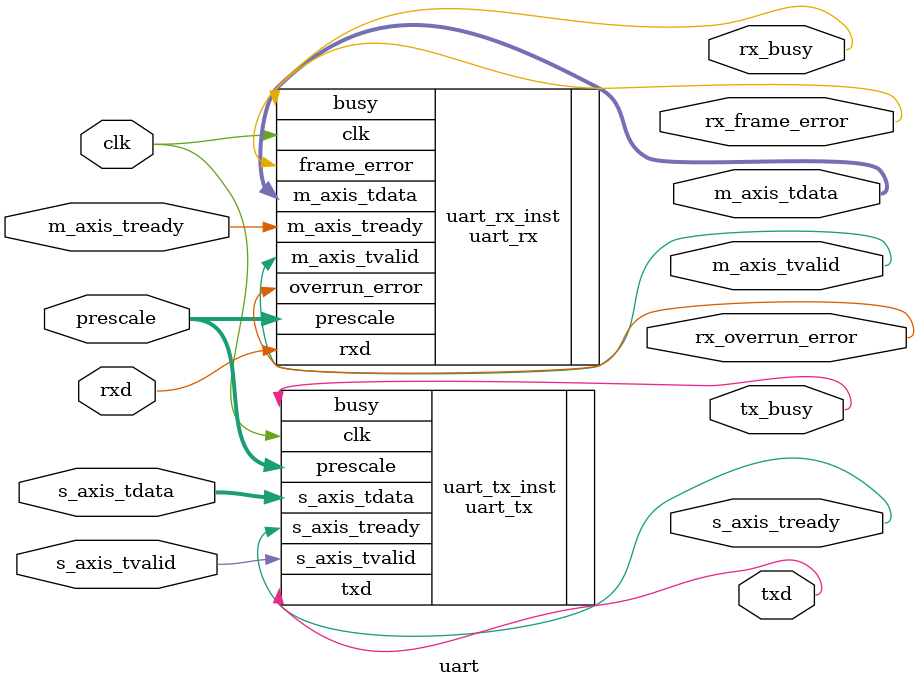
<source format=v>
/*

Copyright (c) 2014-2017 Alex Forencich

Permission is hereby granted, free of charge, to any person obtaining a copy
of this software and associated documentation files (the "Software"), to deal
in the Software without restriction, including without limitation the rights
to use, copy, modify, merge, publish, distribute, sublicense, and/or sell
copies of the Software, and to permit persons to whom the Software is
furnished to do so, subject to the following conditions:

The above copyright notice and this permission notice shall be included in
all copies or substantial portions of the Software.

THE SOFTWARE IS PROVIDED "AS IS", WITHOUT WARRANTY OF ANY KIND, EXPRESS OR
IMPLIED, INCLUDING BUT NOT LIMITED TO THE WARRANTIES OF MERCHANTABILITY
FITNESS FOR A PARTICULAR PURPOSE AND NONINFRINGEMENT. IN NO EVENT SHALL THE
AUTHORS OR COPYRIGHT HOLDERS BE LIABLE FOR ANY CLAIM, DAMAGES OR OTHER
LIABILITY, WHETHER IN AN ACTION OF CONTRACT, TORT OR OTHERWISE, ARISING FROM,
OUT OF OR IN CONNECTION WITH THE SOFTWARE OR THE USE OR OTHER DEALINGS IN
THE SOFTWARE.

*/

// Language: Verilog 2001

`timescale 1ns / 1ps

/*
 * AXI4-Stream UART
 */
module uart #
(
    parameter DATA_WIDTH = 8
)
(
    input  wire                   clk,

    /*
     * AXI input
     */
    input  wire [DATA_WIDTH-1:0]  s_axis_tdata,
    input  wire                   s_axis_tvalid,
    output wire                   s_axis_tready,

    /*
     * AXI output
     */
    output wire [DATA_WIDTH-1:0]  m_axis_tdata,
    output wire                   m_axis_tvalid,
    input  wire                   m_axis_tready,

    /*
     * UART interface
     */
    input  wire                   rxd,
    output wire                   txd,

    /*
     * Status
     */
    output wire                   tx_busy,
    output wire                   rx_busy,
    output wire                   rx_overrun_error,
    output wire                   rx_frame_error,

    /*
     * Configuration
     */
    input  wire [15:0]            prescale

);

uart_tx #(
    .DATA_WIDTH(DATA_WIDTH)
)
uart_tx_inst (
    .clk(clk),
    // axi input
    .s_axis_tdata(s_axis_tdata),
    .s_axis_tvalid(s_axis_tvalid),
    .s_axis_tready(s_axis_tready),
    // output
    .txd(txd),
    // status
    .busy(tx_busy),
    // configuration
    .prescale(prescale)
);

uart_rx #(
    .DATA_WIDTH(DATA_WIDTH)
)
uart_rx_inst (
    .clk(clk),
    // axi output
    .m_axis_tdata(m_axis_tdata),
    .m_axis_tvalid(m_axis_tvalid),
    .m_axis_tready(m_axis_tready),
    // input
    .rxd(rxd),
    // status
    .busy(rx_busy),
    .overrun_error(rx_overrun_error),
    .frame_error(rx_frame_error),
    // configuration
    .prescale(prescale)
);

endmodule

</source>
